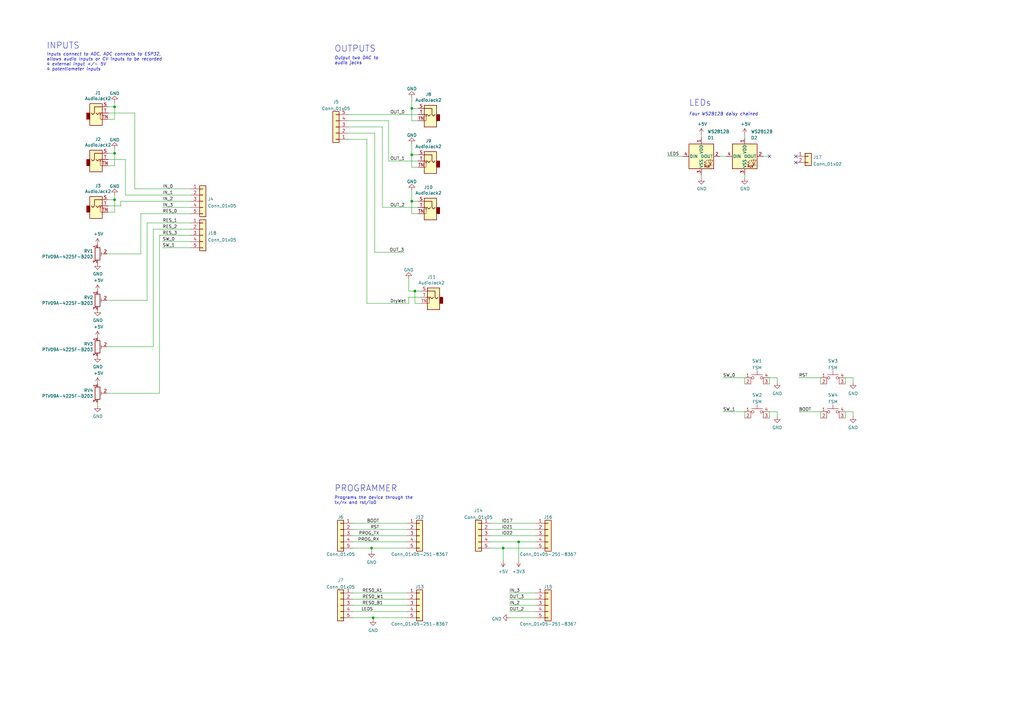
<source format=kicad_sch>
(kicad_sch (version 20211123) (generator eeschema)
  (paper "A3")
  (lib_symbols
    (symbol "+5V_1" (power) (pin_names (offset 0))
      (property "Value" "+5V_1" (at 0 3.556 0))
      (symbol "+5V_1_0_1"
        (polyline (pts (xy -0.762 1.27) (xy 0 2.54)))
        (polyline (pts (xy 0 0) (xy 0 2.54)))
        (polyline (pts (xy 0 2.54) (xy 0.762 1.27)))
      )
      (symbol "+5V_1_1_1"
        (pin power_in line (at 0 0 90) (length 0) hide (name "+5V") (number "1"))
      )
    )
    (symbol "Connector:AudioJack2_SwitchT"
      (property "Reference" "J" (at 0 8.89 0))
      (property "Value" "AudioJack2_SwitchT" (at 0 6.35 0))
      (symbol "AudioJack2_SwitchT_0_1"
        (rectangle (start -2.54 0) (end -3.81 -2.54) (stroke (width 0.254)) (fill (type outline)))
        (polyline (pts (xy 1.778 -0.254) (xy 2.032 -0.762)))
        (polyline (pts (xy 0 0) (xy 0.635 -0.635) (xy 1.27 0) (xy 2.54 0)) (stroke (width 0.254)))
        (polyline (pts (xy 2.54 -2.54) (xy 1.778 -2.54) (xy 1.778 -0.254) (xy 1.524 -0.762)))
        (polyline (pts (xy 2.54 2.54) (xy -0.635 2.54) (xy -0.635 0) (xy -1.27 -0.635) (xy -1.905 0)) (stroke (width 0.254)))
        (rectangle (start 2.54 3.81) (end -2.54 -5.08) (stroke (width 0.254)) (fill (type background)))
      )
      (symbol "AudioJack2_SwitchT_1_1"
        (pin passive line (at 5.08 2.54 180) (length 2.54) (name "~") (number "S"))
        (pin passive line (at 5.08 0 180) (length 2.54) (name "~") (number "T"))
        (pin passive line (at 5.08 -2.54 180) (length 2.54) (name "~") (number "TN"))
      )
    )
    (symbol "Connector_Generic:Conn_01x02" (pin_names (offset 1.016) hide)
      (property "Reference" "J" (at 0 2.54 0))
      (property "Value" "Conn_01x02" (at 0 -5.08 0))
      (symbol "Conn_01x02_1_1"
        (rectangle (start -1.27 -2.413) (end 0 -2.667) (stroke (width 0.1524)))
        (rectangle (start -1.27 0.127) (end 0 -0.127) (stroke (width 0.1524)))
        (rectangle (start -1.27 1.27) (end 1.27 -3.81) (stroke (width 0.254)) (fill (type background)))
        (pin passive line (at -5.08 0 0) (length 3.81) (name "Pin_1") (number "1"))
        (pin passive line (at -5.08 -2.54 0) (length 3.81) (name "Pin_2") (number "2"))
      )
    )
    (symbol "Connector_Generic:Conn_01x05" (pin_names (offset 1.016) hide)
      (property "Reference" "J" (at 0 7.62 0))
      (property "Value" "Conn_01x05" (at 0 -7.62 0))
      (symbol "Conn_01x05_1_1"
        (rectangle (start -1.27 -4.953) (end 0 -5.207) (stroke (width 0.1524)))
        (rectangle (start -1.27 -2.413) (end 0 -2.667) (stroke (width 0.1524)))
        (rectangle (start -1.27 0.127) (end 0 -0.127) (stroke (width 0.1524)))
        (rectangle (start -1.27 2.667) (end 0 2.413) (stroke (width 0.1524)))
        (rectangle (start -1.27 5.207) (end 0 4.953) (stroke (width 0.1524)))
        (rectangle (start -1.27 6.35) (end 1.27 -6.35) (stroke (width 0.254)) (fill (type background)))
        (pin passive line (at -5.08 5.08 0) (length 3.81) (name "Pin_1") (number "1"))
        (pin passive line (at -5.08 2.54 0) (length 3.81) (name "Pin_2") (number "2"))
        (pin passive line (at -5.08 0 0) (length 3.81) (name "Pin_3") (number "3"))
        (pin passive line (at -5.08 -2.54 0) (length 3.81) (name "Pin_4") (number "4"))
        (pin passive line (at -5.08 -5.08 0) (length 3.81) (name "Pin_5") (number "5"))
      )
    )
    (symbol "Device:R_POT_TRIM" (pin_names (offset 1.016) hide)
      (property "Reference" "RV" (at -4.445 0 90))
      (property "Value" "Device_R_POT_TRIM" (at -2.54 0 90))
      (symbol "R_POT_TRIM_0_1"
        (polyline (pts (xy 1.524 0.762) (xy 1.524 -0.762)))
        (polyline (pts (xy 2.54 0) (xy 1.524 0)))
        (rectangle (start 1.016 2.54) (end -1.016 -2.54) (stroke (width 0.254)))
      )
      (symbol "R_POT_TRIM_1_1"
        (pin passive line (at 0 3.81 270) (length 1.27) (name "1") (number "1"))
        (pin passive line (at 3.81 0 180) (length 1.27) (name "2") (number "2"))
        (pin passive line (at 0 -3.81 90) (length 1.27) (name "3") (number "3"))
      )
    )
    (symbol "GND_1" (power) (pin_names (offset 0))
      (property "Value" "GND_1" (at 0 -3.81 0))
      (symbol "GND_1_0_1"
        (polyline (pts (xy 0 0) (xy 0 -1.27) (xy 1.27 -1.27) (xy 0 -2.54) (xy -1.27 -1.27) (xy 0 -1.27)))
      )
      (symbol "GND_1_1_1"
        (pin power_in line (at 0 0 270) (length 0) hide (name "GND") (number "1"))
      )
    )
    (symbol "GND_10" (power) (pin_names (offset 0))
      (property "Value" "GND_10" (at 0 -3.81 0))
      (symbol "GND_10_0_1"
        (polyline (pts (xy 0 0) (xy 0 -1.27) (xy 1.27 -1.27) (xy 0 -2.54) (xy -1.27 -1.27) (xy 0 -1.27)))
      )
      (symbol "GND_10_1_1"
        (pin power_in line (at 0 0 270) (length 0) hide (name "GND") (number "1"))
      )
    )
    (symbol "GND_2" (power) (pin_names (offset 0))
      (property "Value" "GND_2" (at 0 -3.81 0))
      (symbol "GND_2_0_1"
        (polyline (pts (xy 0 0) (xy 0 -1.27) (xy 1.27 -1.27) (xy 0 -2.54) (xy -1.27 -1.27) (xy 0 -1.27)))
      )
      (symbol "GND_2_1_1"
        (pin power_in line (at 0 0 270) (length 0) hide (name "GND") (number "1"))
      )
    )
    (symbol "GND_3" (power) (pin_names (offset 0))
      (property "Value" "GND_3" (at 0 -3.81 0))
      (symbol "GND_3_0_1"
        (polyline (pts (xy 0 0) (xy 0 -1.27) (xy 1.27 -1.27) (xy 0 -2.54) (xy -1.27 -1.27) (xy 0 -1.27)))
      )
      (symbol "GND_3_1_1"
        (pin power_in line (at 0 0 270) (length 0) hide (name "GND") (number "1"))
      )
    )
    (symbol "GND_4" (power) (pin_names (offset 0))
      (property "Value" "GND_4" (at 0 -3.81 0))
      (symbol "GND_4_0_1"
        (polyline (pts (xy 0 0) (xy 0 -1.27) (xy 1.27 -1.27) (xy 0 -2.54) (xy -1.27 -1.27) (xy 0 -1.27)))
      )
      (symbol "GND_4_1_1"
        (pin power_in line (at 0 0 270) (length 0) hide (name "GND") (number "1"))
      )
    )
    (symbol "GND_5" (power) (pin_names (offset 0))
      (property "Value" "GND_5" (at 0 -3.81 0))
      (symbol "GND_5_0_1"
        (polyline (pts (xy 0 0) (xy 0 -1.27) (xy 1.27 -1.27) (xy 0 -2.54) (xy -1.27 -1.27) (xy 0 -1.27)))
      )
      (symbol "GND_5_1_1"
        (pin power_in line (at 0 0 270) (length 0) hide (name "GND") (number "1"))
      )
    )
    (symbol "GND_6" (power) (pin_names (offset 0))
      (property "Value" "GND_6" (at 0 -3.81 0))
      (symbol "GND_6_0_1"
        (polyline (pts (xy 0 0) (xy 0 -1.27) (xy 1.27 -1.27) (xy 0 -2.54) (xy -1.27 -1.27) (xy 0 -1.27)))
      )
      (symbol "GND_6_1_1"
        (pin power_in line (at 0 0 270) (length 0) hide (name "GND") (number "1"))
      )
    )
    (symbol "GND_7" (power) (pin_names (offset 0))
      (property "Value" "GND_7" (at 0 -3.81 0))
      (symbol "GND_7_0_1"
        (polyline (pts (xy 0 0) (xy 0 -1.27) (xy 1.27 -1.27) (xy 0 -2.54) (xy -1.27 -1.27) (xy 0 -1.27)))
      )
      (symbol "GND_7_1_1"
        (pin power_in line (at 0 0 270) (length 0) hide (name "GND") (number "1"))
      )
    )
    (symbol "GND_8" (power) (pin_names (offset 0))
      (property "Value" "GND_8" (at 0 -3.81 0))
      (symbol "GND_8_0_1"
        (polyline (pts (xy 0 0) (xy 0 -1.27) (xy 1.27 -1.27) (xy 0 -2.54) (xy -1.27 -1.27) (xy 0 -1.27)))
      )
      (symbol "GND_8_1_1"
        (pin power_in line (at 0 0 270) (length 0) hide (name "GND") (number "1"))
      )
    )
    (symbol "LED:WS2812B" (pin_names (offset 0.254))
      (property "Reference" "D" (at 5.08 5.715 0))
      (property "Value" "LED_WS2812B" (at 1.27 -5.715 0))
      (symbol "WS2812B_0_0"
        (text "RGB" (at 2.286 -4.191 0) (effects (font (size 0.762 0.762))))
      )
      (symbol "WS2812B_0_1"
        (polyline (pts (xy 1.27 -3.556) (xy 1.778 -3.556)))
        (polyline (pts (xy 1.27 -2.54) (xy 1.778 -2.54)))
        (polyline (pts (xy 4.699 -3.556) (xy 2.667 -3.556)))
        (polyline (pts (xy 2.286 -2.54) (xy 1.27 -3.556) (xy 1.27 -3.048)))
        (polyline (pts (xy 2.286 -1.524) (xy 1.27 -2.54) (xy 1.27 -2.032)))
        (polyline (pts (xy 3.683 -1.016) (xy 3.683 -3.556) (xy 3.683 -4.064)))
        (polyline (pts (xy 4.699 -1.524) (xy 2.667 -1.524) (xy 3.683 -3.556) (xy 4.699 -1.524)))
        (rectangle (start 5.08 5.08) (end -5.08 -5.08) (stroke (width 0.254)) (fill (type background)))
      )
      (symbol "WS2812B_1_1"
        (pin power_in line (at 0 7.62 270) (length 2.54) (name "VDD") (number "1"))
        (pin output line (at 7.62 0 180) (length 2.54) (name "DOUT") (number "2"))
        (pin power_in line (at 0 -7.62 90) (length 2.54) (name "VSS") (number "3"))
        (pin input line (at -7.62 0 0) (length 2.54) (name "DIN") (number "4"))
      )
    )
    (symbol "Switch:SW_MEC_5E" (pin_names (offset 1.016) hide)
      (property "Reference" "SW" (at 0.635 5.715 0))
      (property "Value" "SW_MEC_5E" (at 0 -3.175 0))
      (symbol "SW_MEC_5E_0_1"
        (circle (center -1.778 2.54) (radius 0.508))
        (polyline (pts (xy -2.286 3.81) (xy 2.286 3.81)))
        (polyline (pts (xy 0 3.81) (xy 0 5.588)))
        (polyline (pts (xy -2.54 0) (xy -2.54 2.54) (xy -2.286 2.54)))
        (polyline (pts (xy 2.54 0) (xy 2.54 2.54) (xy 2.286 2.54)))
        (circle (center 1.778 2.54) (radius 0.508))
        (pin passive line (at -5.08 2.54 0) (length 2.54) (name "1") (number "1"))
        (pin passive line (at -5.08 0 0) (length 2.54) (name "2") (number "2"))
        (pin passive line (at 5.08 0 180) (length 2.54) (name "K") (number "3"))
        (pin passive line (at 5.08 2.54 180) (length 2.54) (name "A") (number "4"))
      )
    )
    (symbol "power:+3V3" (power) (pin_names (offset 0))
      (property "Value" "+3V3" (at 0 3.556 0))
      (symbol "+3V3_0_1"
        (polyline (pts (xy -0.762 1.27) (xy 0 2.54)))
        (polyline (pts (xy 0 0) (xy 0 2.54)))
        (polyline (pts (xy 0 2.54) (xy 0.762 1.27)))
      )
      (symbol "+3V3_1_1"
        (pin power_in line (at 0 0 90) (length 0) hide (name "+3V3") (number "1"))
      )
    )
    (symbol "power:+5V" (power) (pin_names (offset 0))
      (property "Value" "power_+5V" (at 0 3.556 0))
      (symbol "+5V_0_1"
        (polyline (pts (xy -0.762 1.27) (xy 0 2.54)))
        (polyline (pts (xy 0 0) (xy 0 2.54)))
        (polyline (pts (xy 0 2.54) (xy 0.762 1.27)))
      )
      (symbol "+5V_1_1"
        (pin power_in line (at 0 0 90) (length 0) hide (name "+5V") (number "1"))
      )
    )
    (symbol "power:GND" (power) (pin_names (offset 0))
      (property "Value" "power_GND" (at 0 -3.81 0))
      (symbol "GND_0_1"
        (polyline (pts (xy 0 0) (xy 0 -1.27) (xy 1.27 -1.27) (xy 0 -2.54) (xy -1.27 -1.27) (xy 0 -1.27)))
      )
      (symbol "GND_1_1"
        (pin power_in line (at 0 0 270) (length 0) hide (name "GND") (number "1"))
      )
    )
  )
  (junction (at 168.91 63.5))
  (junction (at 212.725 222.25))
  (junction (at 152.4 224.79))
  (junction (at 46.99 62.865))
  (junction (at 46.99 43.815))
  (junction (at 168.91 44.45))
  (junction (at 170.18 119.38))
  (junction (at 153.035 253.365))
  (junction (at 46.99 81.915))
  (junction (at 168.91 82.55))
  (junction (at 206.375 224.79))
  (no_connect (at 326.39 64.135))
  (no_connect (at 315.595 64.135))
  (no_connect (at 326.39 66.675))
  (wire (pts (xy 46.99 81.915) (xy 46.99 86.995)))
  (wire (pts (xy 144.78 253.365) (xy 153.035 253.365)))
  (wire (pts (xy 144.78 214.63) (xy 167.005 214.63)))
  (wire (pts (xy 208.915 250.825) (xy 219.71 250.825)))
  (wire (pts (xy 168.91 87.63) (xy 171.45 87.63)))
  (wire (pts (xy 168.91 49.53) (xy 171.45 49.53)))
  (wire (pts (xy 142.875 46.99) (xy 171.45 46.99)))
  (wire (pts (xy 336.55 154.94) (xy 336.55 157.48)))
  (wire (pts (xy 57.785 104.14) (xy 57.785 87.63)))
  (wire (pts (xy 168.91 44.45) (xy 168.91 49.53)))
  (wire (pts (xy 346.71 154.94) (xy 349.885 154.94)))
  (wire (pts (xy 43.815 142.24) (xy 62.865 142.24)))
  (wire (pts (xy 43.815 104.14) (xy 57.785 104.14)))
  (wire (pts (xy 305.435 55.245) (xy 305.435 56.515)))
  (wire (pts (xy 296.545 168.91) (xy 305.435 168.91)))
  (wire (pts (xy 168.91 40.005) (xy 168.91 44.45)))
  (wire (pts (xy 62.865 142.24) (xy 62.865 93.98)))
  (wire (pts (xy 46.99 41.91) (xy 46.99 43.815)))
  (wire (pts (xy 46.99 62.865) (xy 46.99 67.945)))
  (wire (pts (xy 287.655 55.245) (xy 287.655 56.515)))
  (wire (pts (xy 206.375 224.79) (xy 206.375 229.87)))
  (wire (pts (xy 201.295 224.79) (xy 206.375 224.79)))
  (wire (pts (xy 168.91 78.105) (xy 168.91 82.55)))
  (wire (pts (xy 273.685 64.135) (xy 280.035 64.135)))
  (wire (pts (xy 171.45 44.45) (xy 168.91 44.45)))
  (wire (pts (xy 212.725 222.25) (xy 201.295 222.25)))
  (wire (pts (xy 201.295 214.63) (xy 219.71 214.63)))
  (wire (pts (xy 167.64 121.92) (xy 172.72 121.92)))
  (wire (pts (xy 168.91 59.055) (xy 168.91 63.5)))
  (wire (pts (xy 167.64 119.38) (xy 170.18 119.38)))
  (wire (pts (xy 44.45 48.895) (xy 46.99 48.895)))
  (wire (pts (xy 159.385 49.53) (xy 159.385 66.04)))
  (wire (pts (xy 327.66 168.91) (xy 336.55 168.91)))
  (wire (pts (xy 170.18 119.38) (xy 172.72 119.38)))
  (wire (pts (xy 346.71 154.94) (xy 346.71 157.48)))
  (wire (pts (xy 62.865 93.98) (xy 78.105 93.98)))
  (wire (pts (xy 295.275 64.135) (xy 297.815 64.135)))
  (wire (pts (xy 296.545 154.94) (xy 305.435 154.94)))
  (wire (pts (xy 201.295 219.71) (xy 219.71 219.71)))
  (wire (pts (xy 159.385 66.04) (xy 171.45 66.04)))
  (wire (pts (xy 55.245 77.47) (xy 55.245 46.355)))
  (wire (pts (xy 152.4 224.79) (xy 167.005 224.79)))
  (wire (pts (xy 46.99 80.01) (xy 46.99 81.915)))
  (wire (pts (xy 46.99 48.895) (xy 46.99 43.815)))
  (wire (pts (xy 313.055 64.135) (xy 315.595 64.135)))
  (wire (pts (xy 144.78 219.71) (xy 167.005 219.71)))
  (wire (pts (xy 315.595 168.91) (xy 315.595 171.45)))
  (wire (pts (xy 153.035 253.365) (xy 153.035 254)))
  (wire (pts (xy 349.885 168.91) (xy 349.885 170.815)))
  (wire (pts (xy 208.915 253.365) (xy 219.71 253.365)))
  (wire (pts (xy 287.655 73.025) (xy 287.655 71.755)))
  (wire (pts (xy 65.405 161.29) (xy 43.815 161.29)))
  (wire (pts (xy 46.99 81.915) (xy 44.45 81.915)))
  (wire (pts (xy 170.18 124.46) (xy 170.18 119.38)))
  (wire (pts (xy 206.375 224.79) (xy 219.71 224.79)))
  (wire (pts (xy 150.495 57.15) (xy 142.875 57.15)))
  (wire (pts (xy 208.915 248.285) (xy 219.71 248.285)))
  (wire (pts (xy 156.845 52.07) (xy 156.845 85.09)))
  (wire (pts (xy 171.45 63.5) (xy 168.91 63.5)))
  (wire (pts (xy 152.4 224.79) (xy 152.4 226.06)))
  (wire (pts (xy 43.815 123.19) (xy 60.325 123.19)))
  (wire (pts (xy 142.875 54.61) (xy 153.67 54.61)))
  (wire (pts (xy 144.78 248.285) (xy 167.005 248.285)))
  (wire (pts (xy 142.875 52.07) (xy 156.845 52.07)))
  (wire (pts (xy 168.91 82.55) (xy 168.91 87.63)))
  (wire (pts (xy 172.72 124.46) (xy 170.18 124.46)))
  (wire (pts (xy 66.675 101.6) (xy 78.105 101.6)))
  (wire (pts (xy 144.78 250.825) (xy 167.005 250.825)))
  (wire (pts (xy 168.91 68.58) (xy 171.45 68.58)))
  (wire (pts (xy 150.495 57.15) (xy 150.495 124.46)))
  (wire (pts (xy 327.66 154.94) (xy 336.55 154.94)))
  (wire (pts (xy 44.45 43.815) (xy 46.99 43.815)))
  (wire (pts (xy 349.885 154.94) (xy 349.885 156.845)))
  (wire (pts (xy 212.725 229.87) (xy 212.725 222.25)))
  (wire (pts (xy 315.595 154.94) (xy 315.595 157.48)))
  (wire (pts (xy 44.45 46.355) (xy 55.245 46.355)))
  (wire (pts (xy 171.45 82.55) (xy 168.91 82.55)))
  (wire (pts (xy 46.99 60.96) (xy 46.99 62.865)))
  (wire (pts (xy 346.71 168.91) (xy 349.885 168.91)))
  (wire (pts (xy 153.67 103.505) (xy 165.735 103.505)))
  (wire (pts (xy 44.45 67.945) (xy 46.99 67.945)))
  (wire (pts (xy 65.405 96.52) (xy 78.105 96.52)))
  (wire (pts (xy 44.45 65.405) (xy 51.435 65.405)))
  (wire (pts (xy 49.53 82.55) (xy 78.105 82.55)))
  (wire (pts (xy 318.77 168.91) (xy 318.77 170.815)))
  (wire (pts (xy 144.78 222.25) (xy 167.005 222.25)))
  (wire (pts (xy 142.875 49.53) (xy 159.385 49.53)))
  (wire (pts (xy 315.595 168.91) (xy 318.77 168.91)))
  (wire (pts (xy 144.78 224.79) (xy 152.4 224.79)))
  (wire (pts (xy 156.845 85.09) (xy 171.45 85.09)))
  (wire (pts (xy 44.45 84.455) (xy 49.53 84.455)))
  (wire (pts (xy 44.45 62.865) (xy 46.99 62.865)))
  (wire (pts (xy 51.435 65.405) (xy 51.435 80.01)))
  (wire (pts (xy 153.67 54.61) (xy 153.67 103.505)))
  (wire (pts (xy 168.91 63.5) (xy 168.91 68.58)))
  (wire (pts (xy 150.495 124.46) (xy 167.64 124.46)))
  (wire (pts (xy 144.78 245.745) (xy 167.005 245.745)))
  (wire (pts (xy 60.325 91.44) (xy 78.105 91.44)))
  (wire (pts (xy 167.64 114.3) (xy 167.64 119.38)))
  (wire (pts (xy 208.915 243.205) (xy 219.71 243.205)))
  (wire (pts (xy 208.915 245.745) (xy 219.71 245.745)))
  (wire (pts (xy 65.405 96.52) (xy 65.405 161.29)))
  (wire (pts (xy 212.725 222.25) (xy 219.71 222.25)))
  (wire (pts (xy 305.435 154.94) (xy 305.435 157.48)))
  (wire (pts (xy 315.595 154.94) (xy 318.77 154.94)))
  (wire (pts (xy 305.435 168.91) (xy 305.435 171.45)))
  (wire (pts (xy 66.675 85.09) (xy 78.105 85.09)))
  (wire (pts (xy 167.64 124.46) (xy 167.64 121.92)))
  (wire (pts (xy 57.785 87.63) (xy 78.105 87.63)))
  (wire (pts (xy 153.035 253.365) (xy 167.005 253.365)))
  (wire (pts (xy 51.435 80.01) (xy 78.105 80.01)))
  (wire (pts (xy 40.005 165.1) (xy 40.005 166.37)))
  (wire (pts (xy 55.245 77.47) (xy 78.105 77.47)))
  (wire (pts (xy 201.295 217.17) (xy 219.71 217.17)))
  (wire (pts (xy 49.53 82.55) (xy 49.53 84.455)))
  (wire (pts (xy 60.325 123.19) (xy 60.325 91.44)))
  (wire (pts (xy 144.78 217.17) (xy 167.005 217.17)))
  (wire (pts (xy 346.71 168.91) (xy 346.71 171.45)))
  (wire (pts (xy 318.77 154.94) (xy 318.77 156.845)))
  (wire (pts (xy 66.675 99.06) (xy 78.105 99.06)))
  (wire (pts (xy 305.435 73.025) (xy 305.435 71.755)))
  (wire (pts (xy 44.45 86.995) (xy 46.99 86.995)))
  (wire (pts (xy 144.78 243.205) (xy 167.005 243.205)))
  (wire (pts (xy 336.55 168.91) (xy 336.55 171.45)))
  (text "INPUTS" (at 19.05 20.32 0) (effects (font (size 2.54 2.54)) (justify left bottom)))
  (text "OUTPUTS" (at 137.16 21.59 0) (effects (font (size 2.54 2.54)) (justify left bottom)))
  (text "LEDs" (at 282.575 43.815 0) (effects (font (size 2.54 2.54)) (justify left bottom)))
  (text "Programs the device through the \ntx/rx and rst/io0" (at 137.16 207.01 0) (effects (font (size 1.27 1.27)) (justify left bottom)))
  (text "Output two DAC to\naudio jacks" (at 137.16 26.67 0) (effects (font (size 1.27 1.27) italic) (justify left bottom)))
  (text "Four WS2B12B daisy chained " (at 282.575 47.625 0) (effects (font (size 1.27 1.27) italic) (justify left bottom)))
  (text "PROGRAMMER" (at 137.16 201.93 0) (effects (font (size 2.54 2.54)) (justify left bottom)))
  (text "Inputs connect to ADC, ADC connects to ESP32,\nallows audio inputs or CV inputs to be recorded\n4 external input +/- 5V\n4 potentiometer inputs" (at 19.05 29.21 0) (effects (font (size 1.27 1.27) italic) (justify left bottom)))
  (label "IO21" (at 205.74 217.17 0))
  (label "IN_3" (at 66.675 85.09 0))
  (label "OUT_1" (at 160.02 66.04 0))
  (label "BOOT" (at 155.575 214.63 180))
  (label "RES0_B1" (at 148.59 248.285 0))
  (label "RES0_A1" (at 148.59 243.205 0))
  (label "IN_2" (at 208.915 248.285 0))
  (label "RES_2" (at 66.675 93.98 0))
  (label "SW_0" (at 66.675 99.06 0))
  (label "BOOT" (at 327.66 168.91 0))
  (label "IN_3" (at 208.915 243.205 0))
  (label "DryWet" (at 160.02 124.46 0))
  (label "RES0_W1" (at 148.59 245.745 0))
  (label "SW_1" (at 66.675 101.6 0))
  (label "LEDS" (at 153.035 250.825 180))
  (label "IN_0" (at 66.675 77.47 0))
  (label "IN_2" (at 66.675 82.55 0))
  (label "LEDS" (at 273.685 64.135 0))
  (label "RES_1" (at 66.675 91.44 0))
  (label "PROG_TX" (at 155.575 219.71 180))
  (label "RES_3" (at 66.675 96.52 0))
  (label "OUT_2" (at 208.915 250.825 0))
  (label "IO22" (at 205.74 219.71 0))
  (label "IN_1" (at 66.675 80.01 0))
  (label "RST" (at 155.575 217.17 180))
  (label "OUT_3" (at 208.915 245.745 0))
  (label "RES_0" (at 66.675 87.63 0))
  (label "OUT_0" (at 160.02 46.99 0))
  (label "IO17" (at 205.74 214.63 0))
  (label "SW_1" (at 296.545 168.91 0))
  (label "OUT_2" (at 160.02 85.09 0))
  (label "RST" (at 327.66 154.94 0))
  (label "OUT_3" (at 165.735 103.505 180))
  (label "SW_0" (at 296.545 154.94 0))
  (label "PROG_RX" (at 155.575 222.25 180))
  (symbol (lib_id "Device:R_POT_TRIM") (at 40.005 104.14 0) (unit 1)
    (property "Reference" "RV1" (at 38.227 102.9716 0) (effects (justify right)))
    (property "Value" "PTV09A-4225F-B203" (at 38.227 105.283 0) (effects (justify right)))
    (property "Footprint" "Potentiometer_THT:Potentiometer_Bourns_PTV09A-1_Single_Vertical" (effects hide))
  )
  (symbol (lib_id "power:+5V") (at 40.005 100.33 0) (unit 1)
    (property "Reference" "#PWR01" (effects hide))
    (property "Value" "+5V" (at 40.386 95.9358 0))
  )
  (symbol (lib_id "power:GND") (at 40.005 107.95 0) (unit 1)
    (property "Reference" "#PWR02" (effects hide))
    (property "Value" "GND" (at 40.132 112.3442 0))
  )
  (symbol (lib_id "Device:R_POT_TRIM") (at 40.005 123.19 0) (unit 1)
    (property "Reference" "RV2" (at 38.227 122.0216 0) (effects (justify right)))
    (property "Value" "PTV09A-4225F-B203" (at 38.227 124.333 0) (effects (justify right)))
    (property "Footprint" "Potentiometer_THT:Potentiometer_Bourns_PTV09A-1_Single_Vertical" (effects hide))
  )
  (symbol (lib_id "power:+5V") (at 40.005 119.38 0) (unit 1)
    (property "Reference" "#PWR03" (effects hide))
    (property "Value" "+5V" (at 40.386 114.9858 0))
  )
  (symbol (lib_id "power:GND") (at 40.005 127 0) (unit 1)
    (property "Reference" "#PWR04" (effects hide))
    (property "Value" "GND" (at 40.132 131.3942 0))
  )
  (symbol (lib_id "Device:R_POT_TRIM") (at 40.005 142.24 0) (unit 1)
    (property "Reference" "RV3" (at 38.227 141.0716 0) (effects (justify right)))
    (property "Value" "PTV09A-4225F-B203" (at 38.227 143.383 0) (effects (justify right)))
    (property "Footprint" "Potentiometer_THT:Potentiometer_Bourns_PTV09A-1_Single_Vertical" (effects hide))
  )
  (symbol (lib_id "power:+5V") (at 40.005 138.43 0) (unit 1)
    (property "Reference" "#PWR05" (effects hide))
    (property "Value" "+5V" (at 40.386 134.0358 0))
  )
  (symbol (lib_id "power:GND") (at 40.005 146.05 0) (unit 1)
    (property "Reference" "#PWR06" (effects hide))
    (property "Value" "GND" (at 40.132 150.4442 0))
  )
  (symbol (lib_id "Device:R_POT_TRIM") (at 40.005 161.29 0) (unit 1)
    (property "Reference" "RV4" (at 38.227 160.1216 0) (effects (justify right)))
    (property "Value" "PTV09A-4225F-B203" (at 38.227 162.433 0) (effects (justify right)))
    (property "Footprint" "Potentiometer_THT:Potentiometer_Bourns_PTV09A-1_Single_Vertical" (effects hide))
  )
  (symbol (lib_id "LED:WS2812B") (at 287.655 64.135 0) (unit 1)
    (property "Reference" "D1" (at 290.195 56.515 0) (effects (justify left)))
    (property "Value" "WS2812B" (at 290.195 53.975 0) (effects (justify left)))
    (property "Footprint" "LED_SMD:LED_WS2812B_PLCC4_5.0x5.0mm_P3.2mm" (effects hide))
    (property "Datasheet" "https://cdn-shop.adafruit.com/datasheets/WS2812B.pdf" (effects hide))
  )
  (symbol (lib_id "power:GND") (at 40.005 166.37 0) (unit 1)
    (property "Reference" "#PWR08" (effects hide))
    (property "Value" "GND" (at 40.132 170.7642 0))
  )
  (symbol (lib_id "LED:WS2812B") (at 305.435 64.135 0) (unit 1)
    (property "Reference" "D2" (at 307.975 56.515 0) (effects (justify left)))
    (property "Value" "WS2812B" (at 307.975 53.975 0) (effects (justify left)))
    (property "Footprint" "LED_SMD:LED_WS2812B_PLCC4_5.0x5.0mm_P3.2mm" (effects hide))
    (property "Datasheet" "https://cdn-shop.adafruit.com/datasheets/WS2812B.pdf" (effects hide))
  )
  (symbol (lib_id "power:GND") (at 305.435 73.025 0) (unit 1)
    (property "Reference" "#PWR025" (effects hide))
    (property "Value" "GND" (at 305.562 77.4192 0))
  )
  (symbol (lib_id "power:GND") (at 287.655 73.025 0) (unit 1)
    (property "Reference" "#PWR023" (effects hide))
    (property "Value" "GND" (at 287.782 77.4192 0))
  )
  (symbol (lib_id "power:+5V") (at 287.655 55.245 0) (unit 1)
    (property "Reference" "#PWR022" (effects hide))
    (property "Value" "+5V" (at 288.036 50.8508 0))
  )
  (symbol (lib_id "power:+5V") (at 305.435 55.245 0) (unit 1)
    (property "Reference" "#PWR024" (effects hide))
    (property "Value" "+5V" (at 305.816 50.8508 0))
  )
  (symbol (lib_id "Connector_Generic:Conn_01x05") (at 224.79 219.71 0) (unit 1)
    (property "Reference" "J16" (at 224.79 212.09 0))
    (property "Value" "Conn_01x05-251-8367" (at 224.79 227.33 0))
    (property "Footprint" "Connector_PinHeader_2.54mm:PinHeader_1x05_P2.54mm_Vertical" (effects hide))
  )
  (symbol (lib_name "GND_2") (lib_id "power:GND") (at 153.035 254 0) (unit 1)
    (property "Reference" "#PWR014" (effects hide))
    (property "Value" "GND" (at 153.035 258.5625 0))
  )
  (symbol (lib_id "Connector_Generic:Conn_01x05") (at 139.7 248.285 0) (mirror y) (unit 1)
    (property "Reference" "J7" (at 139.7 237.9685 0))
    (property "Value" "Conn_01x05" (at 139.7 240.7436 0))
    (property "Footprint" "Connector_PinSocket_2.54mm:PinSocket_1x05_P2.54mm_Vertical" (effects hide))
  )
  (symbol (lib_id "Connector_Generic:Conn_01x05") (at 224.79 248.285 0) (unit 1)
    (property "Reference" "J15" (at 224.79 240.665 0))
    (property "Value" "Conn_01x05-251-8367" (at 224.79 255.905 0))
    (property "Footprint" "Connector_PinHeader_2.54mm:PinHeader_1x05_P2.54mm_Vertical" (effects hide))
  )
  (symbol (lib_id "Switch:SW_MEC_5E") (at 310.515 171.45 0) (unit 1)
    (property "Reference" "SW2" (at 310.515 162.0225 0))
    (property "Value" "FSM" (at 310.515 164.7976 0))
    (property "Footprint" "Button_Switch_SMD:SW_Push_1P1T_NO_6x6mm_H9.5mm" (effects hide))
    (property "Datasheet" "http://www.apem.com/int/index.php?controller=attachment&id_attachment=1371" (effects hide))
  )
  (symbol (lib_id "Connector:AudioJack2_SwitchT") (at 39.37 46.355 0) (unit 1)
    (property "Reference" "J1" (at 40.1828 38.1 0))
    (property "Value" "AudioJack2" (at 40.1828 40.4114 0))
    (property "Footprint" "AudioJacks:Jack_3.5mm_QingPu_WQP-PJ398SM_Vertical" (effects hide))
  )
  (symbol (lib_name "GND_10") (lib_id "power:GND") (at 208.915 253.365 270) (unit 1)
    (property "Reference" "#PWR020" (effects hide))
    (property "Value" "GND" (at 205.7401 253.844 90) (effects (justify right)))
  )
  (symbol (lib_id "Connector_Generic:Conn_01x05") (at 139.7 219.71 0) (mirror y) (unit 1)
    (property "Reference" "J6" (at 139.7 212.09 0))
    (property "Value" "Conn_01x05" (at 139.7 227.33 0))
    (property "Footprint" "Connector_PinSocket_2.54mm:PinSocket_1x05_P2.54mm_Vertical" (effects hide))
  )
  (symbol (lib_name "GND_4") (lib_id "power:GND") (at 46.99 60.96 180) (unit 1)
    (property "Reference" "#PWR010" (effects hide))
    (property "Value" "GND" (at 46.99 57.3555 0))
  )
  (symbol (lib_id "Connector_Generic:Conn_01x05") (at 172.085 219.71 0) (unit 1)
    (property "Reference" "J12" (at 172.085 212.09 0))
    (property "Value" "Conn_01x05-251-8367" (at 172.085 227.33 0))
    (property "Footprint" "Connector_PinHeader_2.54mm:PinHeader_1x05_P2.54mm_Vertical" (effects hide))
  )
  (symbol (lib_id "Connector:AudioJack2_SwitchT") (at 39.37 84.455 0) (unit 1)
    (property "Reference" "J3" (at 40.1828 76.2 0))
    (property "Value" "AudioJack2" (at 40.1828 78.5114 0))
    (property "Footprint" "AudioJacks:Jack_3.5mm_QingPu_WQP-PJ398SM_Vertical" (effects hide))
  )
  (symbol (lib_id "power:+5V") (at 40.005 157.48 0) (unit 1)
    (property "Reference" "#PWR07" (effects hide))
    (property "Value" "+5V" (at 40.386 153.0858 0))
  )
  (symbol (lib_id "Switch:SW_MEC_5E") (at 341.63 157.48 0) (unit 1)
    (property "Reference" "SW3" (at 341.63 148.0525 0))
    (property "Value" "FSM" (at 341.63 150.8276 0))
    (property "Footprint" "Button_Switch_SMD:SW_Push_1P1T_NO_6x6mm_H9.5mm" (effects hide))
    (property "Datasheet" "http://www.apem.com/int/index.php?controller=attachment&id_attachment=1371" (effects hide))
  )
  (symbol (lib_id "Connector_Generic:Conn_01x05") (at 196.215 219.71 0) (mirror y) (unit 1)
    (property "Reference" "J14" (at 196.215 209.3935 0))
    (property "Value" "Conn_01x05" (at 196.215 212.1686 0))
    (property "Footprint" "Connector_PinSocket_2.54mm:PinSocket_1x05_P2.54mm_Vertical" (effects hide))
  )
  (symbol (lib_name "GND_8") (lib_id "power:GND") (at 168.91 40.005 180) (unit 1)
    (property "Reference" "#PWR016" (effects hide))
    (property "Value" "GND" (at 168.91 36.4005 0))
  )
  (symbol (lib_name "GND_1") (lib_id "power:GND") (at 167.64 114.3 180) (unit 1)
    (property "Reference" "#PWR0101" (effects hide))
    (property "Value" "GND" (at 167.64 110.6955 0))
  )
  (symbol (lib_name "GND_8") (lib_id "power:GND") (at 168.91 59.055 180) (unit 1)
    (property "Reference" "#PWR017" (effects hide))
    (property "Value" "GND" (at 168.91 55.4505 0))
  )
  (symbol (lib_id "Connector:AudioJack2_SwitchT") (at 176.53 66.04 0) (mirror y) (unit 1)
    (property "Reference" "J9" (at 175.7172 57.785 0))
    (property "Value" "AudioJack2" (at 175.7172 60.0964 0))
    (property "Footprint" "AudioJacks:Jack_3.5mm_QingPu_WQP-PJ398SM_Vertical" (effects hide))
  )
  (symbol (lib_name "GND_8") (lib_id "power:GND") (at 168.91 78.105 180) (unit 1)
    (property "Reference" "#PWR018" (effects hide))
    (property "Value" "GND" (at 168.91 74.5005 0))
  )
  (symbol (lib_name "GND_6") (lib_id "power:GND") (at 349.885 170.815 0) (unit 1)
    (property "Reference" "#PWR029" (effects hide))
    (property "Value" "GND" (at 349.885 175.3775 0))
  )
  (symbol (lib_id "Connector:AudioJack2_SwitchT") (at 39.37 65.405 0) (unit 1)
    (property "Reference" "J2" (at 40.1828 57.15 0))
    (property "Value" "AudioJack2" (at 40.1828 59.4614 0))
    (property "Footprint" "AudioJacks:Jack_3.5mm_QingPu_WQP-PJ398SM_Vertical" (effects hide))
  )
  (symbol (lib_id "Connector_Generic:Conn_01x05") (at 83.185 82.55 0) (unit 1)
    (property "Reference" "J4" (at 85.217 81.6415 0) (effects (justify left)))
    (property "Value" "Conn_01x05" (at 85.217 84.4166 0) (effects (justify left)))
    (property "Footprint" "Connector_PinSocket_2.54mm:PinSocket_1x05_P2.54mm_Vertical" (effects hide))
  )
  (symbol (lib_name "+5V_1") (lib_id "power:+5V") (at 206.375 229.87 180) (unit 1)
    (property "Reference" "#PWR019" (effects hide))
    (property "Value" "+5V" (at 206.375 234.4325 0))
  )
  (symbol (lib_name "GND_7") (lib_id "power:GND") (at 46.99 80.01 180) (unit 1)
    (property "Reference" "#PWR011" (effects hide))
    (property "Value" "GND" (at 46.99 76.4055 0))
  )
  (symbol (lib_name "GND_3") (lib_id "power:GND") (at 46.99 41.91 180) (unit 1)
    (property "Reference" "#PWR09" (effects hide))
    (property "Value" "GND" (at 46.99 38.3055 0))
  )
  (symbol (lib_id "Connector_Generic:Conn_01x02") (at 331.47 64.135 0) (unit 1)
    (property "Reference" "J17" (at 333.502 64.4965 0) (effects (justify left)))
    (property "Value" "Conn_01x02" (at 333.502 67.2716 0) (effects (justify left)))
    (property "Footprint" "Connector_PinSocket_2.54mm:PinSocket_1x02_P2.54mm_Vertical" (effects hide))
  )
  (symbol (lib_name "GND_6") (lib_id "power:GND") (at 349.885 156.845 0) (unit 1)
    (property "Reference" "#PWR028" (effects hide))
    (property "Value" "GND" (at 349.885 161.4075 0))
  )
  (symbol (lib_id "Connector_Generic:Conn_01x05") (at 83.185 96.52 0) (unit 1)
    (property "Reference" "J18" (at 85.217 95.6115 0) (effects (justify left)))
    (property "Value" "Conn_01x05" (at 85.217 98.3866 0) (effects (justify left)))
    (property "Footprint" "Connector_PinSocket_2.54mm:PinSocket_1x05_P2.54mm_Vertical" (effects hide))
  )
  (symbol (lib_name "GND_6") (lib_id "power:GND") (at 318.77 170.815 0) (unit 1)
    (property "Reference" "#PWR027" (effects hide))
    (property "Value" "GND" (at 318.77 175.3775 0))
  )
  (symbol (lib_id "Connector:AudioJack2_SwitchT") (at 177.8 121.92 0) (mirror y) (unit 1)
    (property "Reference" "J11" (at 176.9872 113.665 0))
    (property "Value" "AudioJack2" (at 176.9872 115.9764 0))
    (property "Footprint" "AudioJacks:Jack_3.5mm_QingPu_WQP-PJ398SM_Vertical" (effects hide))
  )
  (symbol (lib_name "GND_5") (lib_id "power:GND") (at 152.4 226.06 0) (unit 1)
    (property "Reference" "#PWR013" (effects hide))
    (property "Value" "GND" (at 152.4 230.6225 0))
  )
  (symbol (lib_id "Connector:AudioJack2_SwitchT") (at 176.53 85.09 0) (mirror y) (unit 1)
    (property "Reference" "J10" (at 175.7172 76.835 0))
    (property "Value" "AudioJack2" (at 175.7172 79.1464 0))
    (property "Footprint" "AudioJacks:Jack_3.5mm_QingPu_WQP-PJ398SM_Vertical" (effects hide))
  )
  (symbol (lib_id "power:+3V3") (at 212.725 229.87 180) (unit 1)
    (property "Reference" "#PWR021" (effects hide))
    (property "Value" "+3V3" (at 212.725 234.4325 0))
  )
  (symbol (lib_id "Connector_Generic:Conn_01x05") (at 137.795 52.07 180) (unit 1)
    (property "Reference" "J5" (at 137.795 41.7535 0))
    (property "Value" "Conn_01x05" (at 137.795 44.5286 0))
    (property "Footprint" "Connector_PinSocket_2.54mm:PinSocket_1x05_P2.54mm_Vertical" (effects hide))
  )
  (symbol (lib_id "Connector_Generic:Conn_01x05") (at 172.085 248.285 0) (unit 1)
    (property "Reference" "J13" (at 172.085 240.665 0))
    (property "Value" "Conn_01x05-251-8367" (at 172.085 255.905 0))
    (property "Footprint" "Connector_PinHeader_2.54mm:PinHeader_1x05_P2.54mm_Vertical" (effects hide))
  )
  (symbol (lib_id "Connector:AudioJack2_SwitchT") (at 176.53 46.99 0) (mirror y) (unit 1)
    (property "Reference" "J8" (at 175.7172 38.735 0))
    (property "Value" "AudioJack2" (at 175.7172 41.0464 0))
    (property "Footprint" "AudioJacks:Jack_3.5mm_QingPu_WQP-PJ398SM_Vertical" (effects hide))
  )
  (symbol (lib_id "Switch:SW_MEC_5E") (at 341.63 171.45 0) (unit 1)
    (property "Reference" "SW4" (at 341.63 162.0225 0))
    (property "Value" "FSM" (at 341.63 164.7976 0))
    (property "Footprint" "Button_Switch_SMD:SW_Push_1P1T_NO_6x6mm_H9.5mm" (effects hide))
    (property "Datasheet" "http://www.apem.com/int/index.php?controller=attachment&id_attachment=1371" (effects hide))
  )
  (symbol (lib_id "Switch:SW_MEC_5E") (at 310.515 157.48 0) (unit 1)
    (property "Reference" "SW1" (at 310.515 148.0525 0))
    (property "Value" "FSM" (at 310.515 150.8276 0))
    (property "Footprint" "Button_Switch_SMD:SW_Push_1P1T_NO_6x6mm_H9.5mm" (effects hide))
    (property "Datasheet" "http://www.apem.com/int/index.php?controller=attachment&id_attachment=1371" (effects hide))
  )
  (symbol (lib_name "GND_6") (lib_id "power:GND") (at 318.77 156.845 0) (unit 1)
    (property "Reference" "#PWR026" (effects hide))
    (property "Value" "GND" (at 318.77 161.4075 0))
  )
)
</source>
